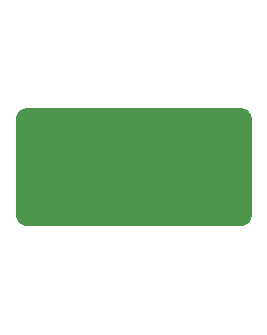
<source format=gbr>
%FSLAX24Y24*%
%MOMM*%

%AMRECTROUNDCORNERS*
0 Rectangle with round corners. *
0 Offsets $4 and $5 are interpreted as the *
0 offset of the flash origin from the pad center. *
0 First create horizontal rectangle. *
21,1,$1,$2-$3-$3,0-$4,0-$5,0*
0 From now on, use width and height half sizes. *
$9=$1/2*
$8=$2/2*
0 Add top and bottom rectangles. *
22,1,$1-$3-$3,$3,0-$9+$3-$4,$8-$3-$5,0*
22,1,$1-$3-$3,$3,0-$9+$3-$4,0-$8-$5,0*
0 Add circles at the corners. *
0 upper right circle *
1,1,$3+$3,0-$4+$9-$3,0-$5+$8-$3*
0 upper left circle *
1,1,$3+$3,0-$4-$9+$3,0-$5+$8-$3*
0 lower left circle *
1,1,$3+$3,0-$4-$9+$3,0-$5-$8+$3*
0 lower right circle *
1,1,$3+$3,0-$4+$9-$3,0-$5-$8+$3*%

%ADD10RECTROUNDCORNERS,20X10X1X10X5*%

D10*
X254000Y254000D03*
M02*

</source>
